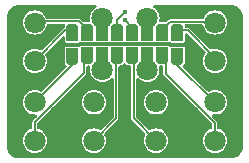
<source format=gbr>
%TF.GenerationSoftware,KiCad,Pcbnew,8.0.1-8.0.1-1~ubuntu22.04.1*%
%TF.CreationDate,2024-03-30T15:46:17+00:00*%
%TF.ProjectId,DRY_ELECTRODES,4452595f-454c-4454-9354-524f4445532e,1.0*%
%TF.SameCoordinates,Original*%
%TF.FileFunction,Copper,L1,Top*%
%TF.FilePolarity,Positive*%
%FSLAX46Y46*%
G04 Gerber Fmt 4.6, Leading zero omitted, Abs format (unit mm)*
G04 Created by KiCad (PCBNEW 8.0.1-8.0.1-1~ubuntu22.04.1) date 2024-03-30 15:46:17*
%MOMM*%
%LPD*%
G01*
G04 APERTURE LIST*
G04 Aperture macros list*
%AMFreePoly0*
4,1,13,0.345671,0.480970,0.426777,0.426777,0.480970,0.345671,0.500000,0.250000,0.500000,-0.900000,-0.500000,-0.900000,-0.500000,0.250000,-0.480970,0.345671,-0.426777,0.426777,-0.345671,0.480970,-0.250000,0.500000,0.250000,0.500000,0.345671,0.480970,0.345671,0.480970,$1*%
G04 Aperture macros list end*
%TA.AperFunction,ComponentPad*%
%ADD10C,1.800000*%
%TD*%
%TA.AperFunction,SMDPad,CuDef*%
%ADD11FreePoly0,180.000000*%
%TD*%
%TA.AperFunction,SMDPad,CuDef*%
%ADD12FreePoly0,0.000000*%
%TD*%
%TA.AperFunction,SMDPad,CuDef*%
%ADD13C,3.000000*%
%TD*%
%TA.AperFunction,ViaPad*%
%ADD14C,0.400000*%
%TD*%
%TA.AperFunction,Conductor*%
%ADD15C,0.152400*%
%TD*%
G04 APERTURE END LIST*
D10*
%TO.P,J20,1,Pin_1*%
%TO.N,/in4-*%
X27375000Y-33750000D03*
%TD*%
D11*
%TO.P,J14,1,Pin_1*%
%TO.N,/in6+*%
X31905000Y-30000000D03*
%TD*%
D12*
%TO.P,J4,1,Pin_1*%
%TO.N,/in4-*%
X29365000Y-27600000D03*
%TD*%
D10*
%TO.P,J23,1,Pin_1*%
%TO.N,/in7-*%
X37625000Y-27000000D03*
%TD*%
%TO.P,J30,1,Pin_1*%
%TO.N,/in6+*%
X31900000Y-31000000D03*
%TD*%
D13*
%TO.P,I4,1,conn*%
%TO.N,GND*%
X35125000Y-35375000D03*
%TD*%
D10*
%TO.P,J27,1,Pin_1*%
%TO.N,/in3+*%
X28100000Y-31000000D03*
%TD*%
D11*
%TO.P,J9,1,Pin_1*%
%TO.N,/in1+*%
X25555000Y-30065000D03*
%TD*%
D12*
%TO.P,J2,1,Pin_1*%
%TO.N,/in2-*%
X26825000Y-27600000D03*
%TD*%
D13*
%TO.P,I3,1,conn*%
%TO.N,GND*%
X24875000Y-35375000D03*
%TD*%
D11*
%TO.P,J12,1,Pin_1*%
%TO.N,/in4+*%
X29365000Y-30000000D03*
%TD*%
D10*
%TO.P,J25,1,Pin_1*%
%TO.N,/in1+*%
X22375000Y-33750000D03*
%TD*%
%TO.P,J31,1,Pin_1*%
%TO.N,/in7+*%
X37625000Y-37000000D03*
%TD*%
D11*
%TO.P,J13,1,Pin_1*%
%TO.N,/in5+*%
X30635000Y-30000000D03*
%TD*%
D10*
%TO.P,J29,1,Pin_1*%
%TO.N,/in5+*%
X32625000Y-37000000D03*
%TD*%
%TO.P,J32,1,Pin_1*%
%TO.N,/in8+*%
X37625000Y-33750000D03*
%TD*%
D11*
%TO.P,J16,1,Pin_1*%
%TO.N,/in8+*%
X34445000Y-30065000D03*
%TD*%
D10*
%TO.P,J18,1,Pin_1*%
%TO.N,/in2-*%
X22375000Y-27000000D03*
%TD*%
%TO.P,J22,1,Pin_1*%
%TO.N,/in6-*%
X31905000Y-26625000D03*
%TD*%
D12*
%TO.P,J1,1,Pin_1*%
%TO.N,/in1-*%
X25555000Y-27665000D03*
%TD*%
D10*
%TO.P,J19,1,Pin_1*%
%TO.N,/in3-*%
X28095000Y-26625000D03*
%TD*%
D11*
%TO.P,J10,1,Pin_1*%
%TO.N,/in2+*%
X26825000Y-30000000D03*
%TD*%
%TO.P,J15,1,Pin_1*%
%TO.N,/in7+*%
X33175000Y-30000000D03*
%TD*%
D10*
%TO.P,J21,1,Pin_1*%
%TO.N,/in5-*%
X32625000Y-33750000D03*
%TD*%
D12*
%TO.P,J5,1,Pin_1*%
%TO.N,/in5-*%
X30635000Y-27600000D03*
%TD*%
%TO.P,J7,1,Pin_1*%
%TO.N,/in7-*%
X33175000Y-27600000D03*
%TD*%
%TO.P,J3,1,Pin_1*%
%TO.N,/in3-*%
X28095000Y-27600000D03*
%TD*%
D10*
%TO.P,J26,1,Pin_1*%
%TO.N,/in2+*%
X22375000Y-37000000D03*
%TD*%
%TO.P,J17,1,Pin_1*%
%TO.N,/in1-*%
X22375000Y-30250000D03*
%TD*%
%TO.P,J28,1,Pin_1*%
%TO.N,/in4+*%
X27375000Y-37000000D03*
%TD*%
D11*
%TO.P,J11,1,Pin_1*%
%TO.N,/in3+*%
X28095000Y-30000000D03*
%TD*%
D12*
%TO.P,J6,1,Pin_1*%
%TO.N,/in6-*%
X31905000Y-27600000D03*
%TD*%
%TO.P,J8,1,Pin_1*%
%TO.N,/in8-*%
X34445000Y-27665000D03*
%TD*%
D10*
%TO.P,J24,1,Pin_1*%
%TO.N,/in8-*%
X37625000Y-30250000D03*
%TD*%
D14*
%TO.N,/in4-*%
X30000000Y-26125000D03*
%TO.N,/in5-*%
X30000000Y-26800000D03*
%TO.N,GND*%
X35125000Y-35375000D03*
X24875000Y-35375000D03*
%TD*%
D15*
%TO.N,/in4-*%
X30000000Y-26125000D02*
X29365000Y-26760000D01*
X29365000Y-26760000D02*
X29365000Y-27600000D01*
%TO.N,/in1-*%
X24960000Y-27665000D02*
X22375000Y-30250000D01*
X25555000Y-27665000D02*
X24960000Y-27665000D01*
%TO.N,/in2-*%
X26125000Y-26900000D02*
X22475000Y-26900000D01*
X22475000Y-26900000D02*
X22375000Y-27000000D01*
X26825000Y-27600000D02*
X26125000Y-26900000D01*
%TO.N,/in5-*%
X30635000Y-27600000D02*
X30635000Y-27435000D01*
X30635000Y-27435000D02*
X30000000Y-26800000D01*
%TO.N,/in7-*%
X33846200Y-26928800D02*
X37553800Y-26928800D01*
X37553800Y-26928800D02*
X37625000Y-27000000D01*
X33175000Y-27600000D02*
X33846200Y-26928800D01*
%TO.N,/in8-*%
X37625000Y-29975000D02*
X37625000Y-30250000D01*
X34445000Y-27665000D02*
X35315000Y-27665000D01*
X35315000Y-27665000D02*
X37625000Y-29975000D01*
%TO.N,/in1+*%
X25555000Y-30065000D02*
X25555000Y-30570000D01*
X25555000Y-30570000D02*
X22375000Y-33750000D01*
%TO.N,/in2+*%
X26533800Y-31266200D02*
X26533800Y-30291200D01*
X22375000Y-37000000D02*
X22375000Y-35425000D01*
X22375000Y-35425000D02*
X26533800Y-31266200D01*
X26533800Y-30291200D02*
X26825000Y-30000000D01*
%TO.N,/in4+*%
X29250000Y-35125000D02*
X27375000Y-37000000D01*
X29250000Y-29999999D02*
X29250000Y-35125000D01*
%TO.N,/in5+*%
X30750000Y-29999999D02*
X30750000Y-35125000D01*
X30750000Y-35125000D02*
X32625000Y-37000000D01*
%TO.N,/in7+*%
X33175000Y-30000000D02*
X33466200Y-30291200D01*
X33466200Y-31359837D02*
X37625000Y-35518637D01*
X33466200Y-30291200D02*
X33466200Y-31359837D01*
X37625000Y-35518637D02*
X37625000Y-37000000D01*
%TO.N,/in8+*%
X34445000Y-30065000D02*
X34445000Y-30570000D01*
X34445000Y-30570000D02*
X37625000Y-33750000D01*
%TD*%
%TA.AperFunction,Conductor*%
%TO.N,GND*%
G36*
X27572392Y-25530185D02*
G01*
X27618147Y-25582989D01*
X27628091Y-25652147D01*
X27599066Y-25715703D01*
X27563807Y-25743857D01*
X27527461Y-25763285D01*
X27521387Y-25766532D01*
X27364931Y-25894931D01*
X27236531Y-26051387D01*
X27236527Y-26051394D01*
X27141123Y-26229882D01*
X27141122Y-26229885D01*
X27141121Y-26229887D01*
X27141120Y-26229890D01*
X27128974Y-26269931D01*
X27082366Y-26423576D01*
X27065836Y-26591413D01*
X27062528Y-26625000D01*
X27081085Y-26813413D01*
X27082852Y-26831346D01*
X27069833Y-26899992D01*
X27021769Y-26950702D01*
X26959449Y-26967500D01*
X26574998Y-26967500D01*
X26547402Y-26970217D01*
X26478756Y-26957196D01*
X26447573Y-26934498D01*
X26315128Y-26802053D01*
X26315127Y-26802051D01*
X26240384Y-26727308D01*
X26165522Y-26696301D01*
X26165520Y-26696300D01*
X26165519Y-26696300D01*
X26165517Y-26696300D01*
X23448573Y-26696300D01*
X23381534Y-26676615D01*
X23335779Y-26623811D01*
X23329914Y-26608300D01*
X23328880Y-26604890D01*
X23269931Y-26494604D01*
X23233472Y-26426394D01*
X23233468Y-26426387D01*
X23105068Y-26269931D01*
X22948612Y-26141531D01*
X22948605Y-26141527D01*
X22770117Y-26046123D01*
X22770114Y-26046122D01*
X22770113Y-26046121D01*
X22770110Y-26046120D01*
X22576425Y-25987367D01*
X22576423Y-25987366D01*
X22576425Y-25987366D01*
X22375000Y-25967528D01*
X22173576Y-25987366D01*
X22081356Y-26015341D01*
X21979890Y-26046120D01*
X21979887Y-26046121D01*
X21979885Y-26046122D01*
X21979882Y-26046123D01*
X21801394Y-26141527D01*
X21801387Y-26141531D01*
X21644931Y-26269931D01*
X21516531Y-26426387D01*
X21516527Y-26426394D01*
X21421123Y-26604882D01*
X21421122Y-26604885D01*
X21421121Y-26604887D01*
X21421120Y-26604890D01*
X21399363Y-26676615D01*
X21362366Y-26798576D01*
X21342528Y-27000000D01*
X21362366Y-27201423D01*
X21362367Y-27201425D01*
X21421120Y-27395110D01*
X21421121Y-27395113D01*
X21421122Y-27395114D01*
X21421123Y-27395117D01*
X21516527Y-27573605D01*
X21516531Y-27573612D01*
X21644931Y-27730068D01*
X21801387Y-27858468D01*
X21801394Y-27858472D01*
X21979882Y-27953876D01*
X21979883Y-27953876D01*
X21979890Y-27953880D01*
X22173575Y-28012633D01*
X22173574Y-28012633D01*
X22191634Y-28014411D01*
X22375000Y-28032472D01*
X22576425Y-28012633D01*
X22770110Y-27953880D01*
X22948611Y-27858469D01*
X23105068Y-27730068D01*
X23233469Y-27573611D01*
X23328880Y-27395110D01*
X23387633Y-27201425D01*
X23387633Y-27201423D01*
X23389401Y-27195596D01*
X23391089Y-27196108D01*
X23419604Y-27141597D01*
X23480320Y-27107023D01*
X23508836Y-27103700D01*
X24837106Y-27103700D01*
X24904145Y-27123385D01*
X24949900Y-27176189D01*
X24959844Y-27245347D01*
X24951667Y-27275153D01*
X24944078Y-27293473D01*
X24944074Y-27293485D01*
X24925049Y-27389133D01*
X24924601Y-27392156D01*
X24924452Y-27392133D01*
X24924452Y-27392136D01*
X24924410Y-27392127D01*
X24923560Y-27392001D01*
X24898956Y-27452839D01*
X24849213Y-27490404D01*
X24844617Y-27492307D01*
X24844613Y-27492310D01*
X24787310Y-27549614D01*
X23011542Y-29325381D01*
X22950219Y-29358866D01*
X22880527Y-29353882D01*
X22865414Y-29347061D01*
X22816378Y-29320851D01*
X22770113Y-29296121D01*
X22770110Y-29296120D01*
X22576425Y-29237367D01*
X22576423Y-29237366D01*
X22576425Y-29237366D01*
X22375000Y-29217528D01*
X22173576Y-29237366D01*
X22059217Y-29272056D01*
X21979890Y-29296120D01*
X21979887Y-29296121D01*
X21979885Y-29296122D01*
X21979882Y-29296123D01*
X21801394Y-29391527D01*
X21801387Y-29391531D01*
X21644931Y-29519931D01*
X21516531Y-29676387D01*
X21516527Y-29676394D01*
X21421123Y-29854882D01*
X21421122Y-29854885D01*
X21362366Y-30048576D01*
X21342528Y-30250000D01*
X21362366Y-30451423D01*
X21378603Y-30504948D01*
X21421120Y-30645110D01*
X21421121Y-30645113D01*
X21421122Y-30645114D01*
X21421123Y-30645117D01*
X21516527Y-30823605D01*
X21516531Y-30823612D01*
X21644931Y-30980068D01*
X21801387Y-31108468D01*
X21801394Y-31108472D01*
X21979882Y-31203876D01*
X21979883Y-31203876D01*
X21979890Y-31203880D01*
X22173575Y-31262633D01*
X22173574Y-31262633D01*
X22191634Y-31264411D01*
X22375000Y-31282472D01*
X22576425Y-31262633D01*
X22770110Y-31203880D01*
X22948611Y-31108469D01*
X23105068Y-30980068D01*
X23233469Y-30823611D01*
X23328880Y-30645110D01*
X23387633Y-30451425D01*
X23407472Y-30250000D01*
X23387633Y-30048575D01*
X23328880Y-29854890D01*
X23328878Y-29854887D01*
X23328878Y-29854885D01*
X23277941Y-29759589D01*
X23263699Y-29691187D01*
X23288699Y-29625943D01*
X23299610Y-29613463D01*
X24710820Y-28202253D01*
X24772142Y-28168770D01*
X24841834Y-28173754D01*
X24897767Y-28215626D01*
X24922184Y-28281090D01*
X24922500Y-28289936D01*
X24922500Y-28565000D01*
X24928487Y-28592521D01*
X24934474Y-28620043D01*
X24954470Y-28643119D01*
X24983365Y-28676466D01*
X25038739Y-28692725D01*
X25054999Y-28697500D01*
X25055000Y-28697500D01*
X26054999Y-28697500D01*
X26055000Y-28697500D01*
X26110042Y-28685526D01*
X26110043Y-28685524D01*
X26110046Y-28685523D01*
X26158983Y-28643119D01*
X26222538Y-28614093D01*
X26275119Y-28617853D01*
X26325000Y-28632500D01*
X27324999Y-28632500D01*
X27325000Y-28632500D01*
X27380042Y-28620526D01*
X27380043Y-28620524D01*
X27393973Y-28613553D01*
X27394742Y-28615090D01*
X27440471Y-28594203D01*
X27509630Y-28604140D01*
X27522676Y-28611263D01*
X27523364Y-28611465D01*
X27523365Y-28611466D01*
X27565323Y-28623786D01*
X27594999Y-28632500D01*
X27595000Y-28632500D01*
X28594999Y-28632500D01*
X28595000Y-28632500D01*
X28650042Y-28620526D01*
X28650043Y-28620524D01*
X28663973Y-28613553D01*
X28664742Y-28615090D01*
X28710471Y-28594203D01*
X28779630Y-28604140D01*
X28792676Y-28611263D01*
X28793364Y-28611465D01*
X28793365Y-28611466D01*
X28835323Y-28623786D01*
X28864999Y-28632500D01*
X28865000Y-28632500D01*
X29864999Y-28632500D01*
X29865000Y-28632500D01*
X29920042Y-28620526D01*
X29920043Y-28620524D01*
X29933973Y-28613553D01*
X29934742Y-28615090D01*
X29980471Y-28594203D01*
X30049630Y-28604140D01*
X30062676Y-28611263D01*
X30063364Y-28611465D01*
X30063365Y-28611466D01*
X30105323Y-28623786D01*
X30134999Y-28632500D01*
X30135000Y-28632500D01*
X31134999Y-28632500D01*
X31135000Y-28632500D01*
X31190042Y-28620526D01*
X31190043Y-28620524D01*
X31203973Y-28613553D01*
X31204742Y-28615090D01*
X31250471Y-28594203D01*
X31319630Y-28604140D01*
X31332676Y-28611263D01*
X31333364Y-28611465D01*
X31333365Y-28611466D01*
X31375323Y-28623786D01*
X31404999Y-28632500D01*
X31405000Y-28632500D01*
X32404999Y-28632500D01*
X32405000Y-28632500D01*
X32460042Y-28620526D01*
X32460043Y-28620524D01*
X32473973Y-28613553D01*
X32474742Y-28615090D01*
X32520471Y-28594203D01*
X32589630Y-28604140D01*
X32602676Y-28611263D01*
X32603364Y-28611465D01*
X32603365Y-28611466D01*
X32645323Y-28623786D01*
X32674999Y-28632500D01*
X32675000Y-28632500D01*
X33674998Y-28632500D01*
X33675000Y-28632500D01*
X33730042Y-28620526D01*
X33730044Y-28620523D01*
X33737954Y-28618803D01*
X33807646Y-28623786D01*
X33858027Y-28658766D01*
X33873362Y-28676464D01*
X33873364Y-28676465D01*
X33873365Y-28676466D01*
X33923965Y-28691323D01*
X33944999Y-28697500D01*
X33945000Y-28697500D01*
X34944999Y-28697500D01*
X34945000Y-28697500D01*
X35000042Y-28685526D01*
X35056466Y-28636635D01*
X35077500Y-28565000D01*
X35077500Y-28014937D01*
X35097185Y-27947898D01*
X35149989Y-27902143D01*
X35219147Y-27892199D01*
X35282703Y-27921224D01*
X35289181Y-27927256D01*
X36809568Y-29447643D01*
X36843053Y-29508966D01*
X36838069Y-29578658D01*
X36817741Y-29613988D01*
X36766531Y-29676388D01*
X36766527Y-29676394D01*
X36671123Y-29854882D01*
X36671122Y-29854885D01*
X36612366Y-30048576D01*
X36592528Y-30250000D01*
X36612366Y-30451423D01*
X36628603Y-30504948D01*
X36671120Y-30645110D01*
X36671121Y-30645113D01*
X36671122Y-30645114D01*
X36671123Y-30645117D01*
X36766527Y-30823605D01*
X36766531Y-30823612D01*
X36894931Y-30980068D01*
X37051387Y-31108468D01*
X37051394Y-31108472D01*
X37229882Y-31203876D01*
X37229883Y-31203876D01*
X37229890Y-31203880D01*
X37423575Y-31262633D01*
X37423574Y-31262633D01*
X37441634Y-31264411D01*
X37625000Y-31282472D01*
X37826425Y-31262633D01*
X38020110Y-31203880D01*
X38198611Y-31108469D01*
X38355068Y-30980068D01*
X38483469Y-30823611D01*
X38578880Y-30645110D01*
X38637633Y-30451425D01*
X38657472Y-30250000D01*
X38637633Y-30048575D01*
X38578880Y-29854890D01*
X38578876Y-29854882D01*
X38483472Y-29676394D01*
X38483468Y-29676387D01*
X38355068Y-29519931D01*
X38198612Y-29391531D01*
X38198605Y-29391527D01*
X38020117Y-29296123D01*
X38020114Y-29296122D01*
X38020113Y-29296121D01*
X38020110Y-29296120D01*
X37826425Y-29237367D01*
X37826423Y-29237366D01*
X37826425Y-29237366D01*
X37625000Y-29217528D01*
X37423575Y-29237366D01*
X37304314Y-29273543D01*
X37234447Y-29274166D01*
X37180639Y-29242563D01*
X35505130Y-27567055D01*
X35505128Y-27567052D01*
X35430384Y-27492308D01*
X35355522Y-27461301D01*
X35355520Y-27461300D01*
X35355519Y-27461300D01*
X35355517Y-27461300D01*
X35191069Y-27461300D01*
X35124030Y-27441615D01*
X35078275Y-27388811D01*
X35069453Y-27361497D01*
X35055924Y-27293480D01*
X35055921Y-27293472D01*
X35055624Y-27292490D01*
X35055619Y-27291950D01*
X35054735Y-27287505D01*
X35055578Y-27287337D01*
X35055003Y-27222623D01*
X35092254Y-27163512D01*
X35155549Y-27133924D01*
X35174286Y-27132500D01*
X36499494Y-27132500D01*
X36566533Y-27152185D01*
X36612288Y-27204989D01*
X36618153Y-27220502D01*
X36671120Y-27395110D01*
X36671121Y-27395113D01*
X36671122Y-27395114D01*
X36671123Y-27395117D01*
X36766527Y-27573605D01*
X36766531Y-27573612D01*
X36894931Y-27730068D01*
X37051387Y-27858468D01*
X37051394Y-27858472D01*
X37229882Y-27953876D01*
X37229883Y-27953876D01*
X37229890Y-27953880D01*
X37423575Y-28012633D01*
X37423574Y-28012633D01*
X37441634Y-28014411D01*
X37625000Y-28032472D01*
X37826425Y-28012633D01*
X38020110Y-27953880D01*
X38198611Y-27858469D01*
X38355068Y-27730068D01*
X38483469Y-27573611D01*
X38578880Y-27395110D01*
X38637633Y-27201425D01*
X38657472Y-27000000D01*
X38637633Y-26798575D01*
X38578880Y-26604890D01*
X38571677Y-26591414D01*
X38483472Y-26426394D01*
X38483468Y-26426387D01*
X38355068Y-26269931D01*
X38198612Y-26141531D01*
X38198605Y-26141527D01*
X38020117Y-26046123D01*
X38020114Y-26046122D01*
X38020113Y-26046121D01*
X38020110Y-26046120D01*
X37826425Y-25987367D01*
X37826423Y-25987366D01*
X37826425Y-25987366D01*
X37625000Y-25967528D01*
X37423576Y-25987366D01*
X37331356Y-26015341D01*
X37229890Y-26046120D01*
X37229887Y-26046121D01*
X37229885Y-26046122D01*
X37229882Y-26046123D01*
X37051394Y-26141527D01*
X37051387Y-26141531D01*
X36894931Y-26269931D01*
X36766531Y-26426387D01*
X36766527Y-26426394D01*
X36671120Y-26604888D01*
X36661350Y-26637096D01*
X36623053Y-26695534D01*
X36559240Y-26723991D01*
X36542690Y-26725100D01*
X33805681Y-26725100D01*
X33805679Y-26725100D01*
X33805677Y-26725101D01*
X33730815Y-26756108D01*
X33730813Y-26756110D01*
X33688349Y-26798575D01*
X33673511Y-26813413D01*
X33673510Y-26813414D01*
X33591913Y-26895011D01*
X33552427Y-26934497D01*
X33491104Y-26967981D01*
X33452591Y-26970218D01*
X33450853Y-26970046D01*
X33450849Y-26970046D01*
X33425000Y-26967500D01*
X33040551Y-26967500D01*
X32973512Y-26947815D01*
X32927757Y-26895011D01*
X32917148Y-26831346D01*
X32918914Y-26813414D01*
X32937472Y-26625000D01*
X32917633Y-26423575D01*
X32858880Y-26229890D01*
X32857515Y-26227336D01*
X32763472Y-26051394D01*
X32763468Y-26051387D01*
X32635068Y-25894931D01*
X32498360Y-25782739D01*
X32478611Y-25766531D01*
X32436193Y-25743858D01*
X32386350Y-25694896D01*
X32370889Y-25626759D01*
X32394720Y-25561079D01*
X32450278Y-25518710D01*
X32494647Y-25510500D01*
X38994588Y-25510500D01*
X39005394Y-25510971D01*
X39161019Y-25524587D01*
X39182297Y-25528338D01*
X39327951Y-25567366D01*
X39348261Y-25574759D01*
X39484915Y-25638482D01*
X39503633Y-25649289D01*
X39627154Y-25735779D01*
X39643712Y-25749673D01*
X39750326Y-25856287D01*
X39764220Y-25872845D01*
X39850710Y-25996366D01*
X39861517Y-26015084D01*
X39925240Y-26151738D01*
X39932633Y-26172049D01*
X39971659Y-26317696D01*
X39975412Y-26338982D01*
X39989028Y-26494604D01*
X39989500Y-26505412D01*
X39989500Y-37494587D01*
X39989028Y-37505395D01*
X39975412Y-37661017D01*
X39971659Y-37682303D01*
X39932633Y-37827950D01*
X39925240Y-37848261D01*
X39861517Y-37984915D01*
X39850710Y-38003633D01*
X39764220Y-38127154D01*
X39750326Y-38143712D01*
X39643712Y-38250326D01*
X39627154Y-38264220D01*
X39503633Y-38350710D01*
X39484915Y-38361517D01*
X39348261Y-38425240D01*
X39327950Y-38432633D01*
X39182303Y-38471659D01*
X39161017Y-38475412D01*
X39027247Y-38487116D01*
X39005393Y-38489028D01*
X38994588Y-38489500D01*
X21005412Y-38489500D01*
X20994606Y-38489028D01*
X20969584Y-38486838D01*
X20838982Y-38475412D01*
X20817696Y-38471659D01*
X20672049Y-38432633D01*
X20651738Y-38425240D01*
X20515084Y-38361517D01*
X20496366Y-38350710D01*
X20372845Y-38264220D01*
X20356287Y-38250326D01*
X20249673Y-38143712D01*
X20235779Y-38127154D01*
X20149289Y-38003633D01*
X20138482Y-37984915D01*
X20074759Y-37848261D01*
X20067366Y-37827950D01*
X20028338Y-37682297D01*
X20024587Y-37661016D01*
X20010972Y-37505394D01*
X20010500Y-37494587D01*
X20010500Y-37000000D01*
X21342528Y-37000000D01*
X21362366Y-37201423D01*
X21362367Y-37201425D01*
X21421120Y-37395110D01*
X21421121Y-37395113D01*
X21421122Y-37395114D01*
X21421123Y-37395117D01*
X21516527Y-37573605D01*
X21516531Y-37573612D01*
X21644931Y-37730068D01*
X21801387Y-37858468D01*
X21801394Y-37858472D01*
X21979882Y-37953876D01*
X21979883Y-37953876D01*
X21979890Y-37953880D01*
X22173575Y-38012633D01*
X22173574Y-38012633D01*
X22191634Y-38014411D01*
X22375000Y-38032472D01*
X22576425Y-38012633D01*
X22770110Y-37953880D01*
X22948611Y-37858469D01*
X23105068Y-37730068D01*
X23233469Y-37573611D01*
X23328880Y-37395110D01*
X23387633Y-37201425D01*
X23407472Y-37000000D01*
X23387633Y-36798575D01*
X23328880Y-36604890D01*
X23269860Y-36494471D01*
X23233472Y-36426394D01*
X23233468Y-36426387D01*
X23105068Y-36269931D01*
X22948612Y-36141531D01*
X22948605Y-36141527D01*
X22770111Y-36046120D01*
X22666704Y-36014751D01*
X22608265Y-35976453D01*
X22579809Y-35912641D01*
X22578700Y-35896091D01*
X22578700Y-35560737D01*
X22598385Y-35493698D01*
X22615019Y-35473056D01*
X24338075Y-33750000D01*
X26342528Y-33750000D01*
X26362366Y-33951423D01*
X26362367Y-33951425D01*
X26421120Y-34145110D01*
X26421121Y-34145113D01*
X26421122Y-34145114D01*
X26421123Y-34145117D01*
X26516527Y-34323605D01*
X26516531Y-34323612D01*
X26644931Y-34480068D01*
X26801387Y-34608468D01*
X26801394Y-34608472D01*
X26979882Y-34703876D01*
X26979883Y-34703876D01*
X26979890Y-34703880D01*
X27173575Y-34762633D01*
X27173574Y-34762633D01*
X27191634Y-34764411D01*
X27375000Y-34782472D01*
X27576425Y-34762633D01*
X27770110Y-34703880D01*
X27948611Y-34608469D01*
X28105068Y-34480068D01*
X28233469Y-34323611D01*
X28328880Y-34145110D01*
X28387633Y-33951425D01*
X28407472Y-33750000D01*
X28387633Y-33548575D01*
X28328880Y-33354890D01*
X28277941Y-33259590D01*
X28233472Y-33176394D01*
X28233468Y-33176387D01*
X28105068Y-33019931D01*
X27948612Y-32891531D01*
X27948605Y-32891527D01*
X27770117Y-32796123D01*
X27770114Y-32796122D01*
X27770113Y-32796121D01*
X27770110Y-32796120D01*
X27576425Y-32737367D01*
X27576423Y-32737366D01*
X27576425Y-32737366D01*
X27375000Y-32717528D01*
X27173576Y-32737366D01*
X27059217Y-32772056D01*
X26979890Y-32796120D01*
X26979887Y-32796121D01*
X26979885Y-32796122D01*
X26979882Y-32796123D01*
X26801394Y-32891527D01*
X26801387Y-32891531D01*
X26644931Y-33019931D01*
X26516531Y-33176387D01*
X26516527Y-33176394D01*
X26421123Y-33354882D01*
X26421122Y-33354885D01*
X26362366Y-33548576D01*
X26342528Y-33750000D01*
X24338075Y-33750000D01*
X24539500Y-33548575D01*
X26706489Y-31381587D01*
X26706489Y-31381585D01*
X26706491Y-31381584D01*
X26721994Y-31344153D01*
X26737500Y-31306719D01*
X26737500Y-31225682D01*
X26737500Y-30756500D01*
X26757185Y-30689461D01*
X26809989Y-30643706D01*
X26861500Y-30632500D01*
X26970551Y-30632500D01*
X27037590Y-30652185D01*
X27083345Y-30704989D01*
X27093289Y-30774147D01*
X27089211Y-30792497D01*
X27087366Y-30798576D01*
X27067528Y-31000000D01*
X27087366Y-31201423D01*
X27105934Y-31262633D01*
X27146120Y-31395110D01*
X27146121Y-31395113D01*
X27146122Y-31395114D01*
X27146123Y-31395117D01*
X27241527Y-31573605D01*
X27241531Y-31573612D01*
X27369931Y-31730068D01*
X27526387Y-31858468D01*
X27526394Y-31858472D01*
X27704882Y-31953876D01*
X27704883Y-31953876D01*
X27704890Y-31953880D01*
X27898575Y-32012633D01*
X27898574Y-32012633D01*
X27916634Y-32014411D01*
X28100000Y-32032472D01*
X28301425Y-32012633D01*
X28495110Y-31953880D01*
X28673611Y-31858469D01*
X28830068Y-31730068D01*
X28830070Y-31730066D01*
X28834376Y-31725761D01*
X28836374Y-31727759D01*
X28884016Y-31695203D01*
X28953858Y-31693228D01*
X29013680Y-31729326D01*
X29044490Y-31792036D01*
X29046300Y-31813145D01*
X29046300Y-34989262D01*
X29026615Y-35056301D01*
X29009981Y-35076943D01*
X28011542Y-36075381D01*
X27950219Y-36108866D01*
X27880527Y-36103882D01*
X27865414Y-36097061D01*
X27816378Y-36070851D01*
X27770113Y-36046121D01*
X27647361Y-36008885D01*
X27576425Y-35987367D01*
X27576423Y-35987366D01*
X27576425Y-35987366D01*
X27375000Y-35967528D01*
X27173576Y-35987366D01*
X27059217Y-36022056D01*
X26979890Y-36046120D01*
X26979887Y-36046121D01*
X26979885Y-36046122D01*
X26979882Y-36046123D01*
X26801394Y-36141527D01*
X26801387Y-36141531D01*
X26644931Y-36269931D01*
X26516531Y-36426387D01*
X26516527Y-36426394D01*
X26421123Y-36604882D01*
X26421122Y-36604885D01*
X26362366Y-36798576D01*
X26342528Y-37000000D01*
X26362366Y-37201423D01*
X26362367Y-37201425D01*
X26421120Y-37395110D01*
X26421121Y-37395113D01*
X26421122Y-37395114D01*
X26421123Y-37395117D01*
X26516527Y-37573605D01*
X26516531Y-37573612D01*
X26644931Y-37730068D01*
X26801387Y-37858468D01*
X26801394Y-37858472D01*
X26979882Y-37953876D01*
X26979883Y-37953876D01*
X26979890Y-37953880D01*
X27173575Y-38012633D01*
X27173574Y-38012633D01*
X27191634Y-38014411D01*
X27375000Y-38032472D01*
X27576425Y-38012633D01*
X27770110Y-37953880D01*
X27948611Y-37858469D01*
X28105068Y-37730068D01*
X28233469Y-37573611D01*
X28328880Y-37395110D01*
X28387633Y-37201425D01*
X28407472Y-37000000D01*
X28387633Y-36798575D01*
X28328880Y-36604890D01*
X28277940Y-36509590D01*
X28263699Y-36441188D01*
X28288699Y-36375944D01*
X28299618Y-36363456D01*
X28522664Y-36140410D01*
X29422689Y-35240387D01*
X29422689Y-35240385D01*
X29422691Y-35240384D01*
X29438194Y-35202953D01*
X29453700Y-35165519D01*
X29453700Y-35084482D01*
X29453700Y-35084481D01*
X29453700Y-30756500D01*
X29473385Y-30689461D01*
X29526189Y-30643706D01*
X29577700Y-30632500D01*
X29614995Y-30632500D01*
X29615000Y-30632500D01*
X29640849Y-30629954D01*
X29736520Y-30610924D01*
X29784284Y-30591140D01*
X29865390Y-30536947D01*
X29901947Y-30500390D01*
X29901947Y-30500388D01*
X29904142Y-30497716D01*
X29905648Y-30496689D01*
X29906255Y-30496083D01*
X29906370Y-30496198D01*
X29961885Y-30458377D01*
X30031729Y-30456502D01*
X30091500Y-30492685D01*
X30095858Y-30497716D01*
X30098053Y-30500391D01*
X30134607Y-30536945D01*
X30134610Y-30536947D01*
X30215716Y-30591140D01*
X30263480Y-30610924D01*
X30359151Y-30629954D01*
X30385000Y-30632500D01*
X30422300Y-30632500D01*
X30489339Y-30652185D01*
X30535094Y-30704989D01*
X30546300Y-30756500D01*
X30546300Y-35165517D01*
X30546301Y-35165522D01*
X30577308Y-35240384D01*
X30652049Y-35315125D01*
X30652055Y-35315130D01*
X31700381Y-36363456D01*
X31733866Y-36424779D01*
X31728882Y-36494471D01*
X31722058Y-36509590D01*
X31671123Y-36604882D01*
X31671122Y-36604885D01*
X31612366Y-36798576D01*
X31592528Y-37000000D01*
X31612366Y-37201423D01*
X31612367Y-37201425D01*
X31671120Y-37395110D01*
X31671121Y-37395113D01*
X31671122Y-37395114D01*
X31671123Y-37395117D01*
X31766527Y-37573605D01*
X31766531Y-37573612D01*
X31894931Y-37730068D01*
X32051387Y-37858468D01*
X32051394Y-37858472D01*
X32229882Y-37953876D01*
X32229883Y-37953876D01*
X32229890Y-37953880D01*
X32423575Y-38012633D01*
X32423574Y-38012633D01*
X32441634Y-38014411D01*
X32625000Y-38032472D01*
X32826425Y-38012633D01*
X33020110Y-37953880D01*
X33198611Y-37858469D01*
X33355068Y-37730068D01*
X33483469Y-37573611D01*
X33578880Y-37395110D01*
X33637633Y-37201425D01*
X33657472Y-37000000D01*
X33637633Y-36798575D01*
X33578880Y-36604890D01*
X33519860Y-36494471D01*
X33483472Y-36426394D01*
X33483468Y-36426387D01*
X33355068Y-36269931D01*
X33198612Y-36141531D01*
X33198605Y-36141527D01*
X33020117Y-36046123D01*
X33020114Y-36046122D01*
X33020113Y-36046121D01*
X33020110Y-36046120D01*
X32826425Y-35987367D01*
X32826423Y-35987366D01*
X32826425Y-35987366D01*
X32625000Y-35967528D01*
X32423576Y-35987366D01*
X32309217Y-36022056D01*
X32229890Y-36046120D01*
X32229887Y-36046121D01*
X32229885Y-36046122D01*
X32229882Y-36046123D01*
X32134590Y-36097058D01*
X32066187Y-36111300D01*
X32000943Y-36086300D01*
X31988456Y-36075381D01*
X30990019Y-35076943D01*
X30956534Y-35015620D01*
X30953700Y-34989262D01*
X30953700Y-33750000D01*
X31592528Y-33750000D01*
X31612366Y-33951423D01*
X31612367Y-33951425D01*
X31671120Y-34145110D01*
X31671121Y-34145113D01*
X31671122Y-34145114D01*
X31671123Y-34145117D01*
X31766527Y-34323605D01*
X31766531Y-34323612D01*
X31894931Y-34480068D01*
X32051387Y-34608468D01*
X32051394Y-34608472D01*
X32229882Y-34703876D01*
X32229883Y-34703876D01*
X32229890Y-34703880D01*
X32423575Y-34762633D01*
X32423574Y-34762633D01*
X32441634Y-34764411D01*
X32625000Y-34782472D01*
X32826425Y-34762633D01*
X33020110Y-34703880D01*
X33198611Y-34608469D01*
X33355068Y-34480068D01*
X33483469Y-34323611D01*
X33578880Y-34145110D01*
X33637633Y-33951425D01*
X33657472Y-33750000D01*
X33637633Y-33548575D01*
X33578880Y-33354890D01*
X33527941Y-33259590D01*
X33483472Y-33176394D01*
X33483468Y-33176387D01*
X33355068Y-33019931D01*
X33198612Y-32891531D01*
X33198605Y-32891527D01*
X33020117Y-32796123D01*
X33020114Y-32796122D01*
X33020113Y-32796121D01*
X33020110Y-32796120D01*
X32826425Y-32737367D01*
X32826423Y-32737366D01*
X32826425Y-32737366D01*
X32625000Y-32717528D01*
X32423576Y-32737366D01*
X32309217Y-32772056D01*
X32229890Y-32796120D01*
X32229887Y-32796121D01*
X32229885Y-32796122D01*
X32229882Y-32796123D01*
X32051394Y-32891527D01*
X32051387Y-32891531D01*
X31894931Y-33019931D01*
X31766531Y-33176387D01*
X31766527Y-33176394D01*
X31671123Y-33354882D01*
X31671122Y-33354885D01*
X31612366Y-33548576D01*
X31592528Y-33750000D01*
X30953700Y-33750000D01*
X30953700Y-31813145D01*
X30973385Y-31746106D01*
X31026189Y-31700351D01*
X31095347Y-31690407D01*
X31158903Y-31719432D01*
X31165335Y-31726049D01*
X31165624Y-31725761D01*
X31169929Y-31730066D01*
X31326387Y-31858468D01*
X31326394Y-31858472D01*
X31504882Y-31953876D01*
X31504883Y-31953876D01*
X31504890Y-31953880D01*
X31698575Y-32012633D01*
X31698574Y-32012633D01*
X31716634Y-32014411D01*
X31900000Y-32032472D01*
X32101425Y-32012633D01*
X32295110Y-31953880D01*
X32473611Y-31858469D01*
X32630068Y-31730068D01*
X32758469Y-31573611D01*
X32853880Y-31395110D01*
X32912633Y-31201425D01*
X32932472Y-31000000D01*
X32912633Y-30798575D01*
X32910790Y-30792499D01*
X32910164Y-30722632D01*
X32947410Y-30663518D01*
X33010703Y-30633925D01*
X33029449Y-30632500D01*
X33138500Y-30632500D01*
X33205539Y-30652185D01*
X33251294Y-30704989D01*
X33262500Y-30756500D01*
X33262500Y-31400354D01*
X33262501Y-31400359D01*
X33293508Y-31475221D01*
X33368249Y-31549962D01*
X33368255Y-31549967D01*
X37384981Y-35566693D01*
X37418466Y-35628016D01*
X37421300Y-35654374D01*
X37421300Y-35896091D01*
X37401615Y-35963130D01*
X37348811Y-36008885D01*
X37333296Y-36014751D01*
X37229888Y-36046120D01*
X37051394Y-36141527D01*
X37051387Y-36141531D01*
X36894931Y-36269931D01*
X36766531Y-36426387D01*
X36766527Y-36426394D01*
X36671123Y-36604882D01*
X36671122Y-36604885D01*
X36612366Y-36798576D01*
X36592528Y-37000000D01*
X36612366Y-37201423D01*
X36612367Y-37201425D01*
X36671120Y-37395110D01*
X36671121Y-37395113D01*
X36671122Y-37395114D01*
X36671123Y-37395117D01*
X36766527Y-37573605D01*
X36766531Y-37573612D01*
X36894931Y-37730068D01*
X37051387Y-37858468D01*
X37051394Y-37858472D01*
X37229882Y-37953876D01*
X37229883Y-37953876D01*
X37229890Y-37953880D01*
X37423575Y-38012633D01*
X37423574Y-38012633D01*
X37441634Y-38014411D01*
X37625000Y-38032472D01*
X37826425Y-38012633D01*
X38020110Y-37953880D01*
X38198611Y-37858469D01*
X38355068Y-37730068D01*
X38483469Y-37573611D01*
X38578880Y-37395110D01*
X38637633Y-37201425D01*
X38657472Y-37000000D01*
X38637633Y-36798575D01*
X38578880Y-36604890D01*
X38519860Y-36494471D01*
X38483472Y-36426394D01*
X38483468Y-36426387D01*
X38355068Y-36269931D01*
X38198612Y-36141531D01*
X38198605Y-36141527D01*
X38020111Y-36046120D01*
X37916704Y-36014751D01*
X37858265Y-35976453D01*
X37829809Y-35912641D01*
X37828700Y-35896091D01*
X37828700Y-35478119D01*
X37828698Y-35478114D01*
X37797691Y-35403252D01*
X37373008Y-34978569D01*
X37339523Y-34917246D01*
X37344507Y-34847554D01*
X37386379Y-34791621D01*
X37451843Y-34767204D01*
X37472836Y-34767484D01*
X37625000Y-34782472D01*
X37826425Y-34762633D01*
X38020110Y-34703880D01*
X38198611Y-34608469D01*
X38355068Y-34480068D01*
X38483469Y-34323611D01*
X38578880Y-34145110D01*
X38637633Y-33951425D01*
X38657472Y-33750000D01*
X38637633Y-33548575D01*
X38578880Y-33354890D01*
X38527941Y-33259590D01*
X38483472Y-33176394D01*
X38483468Y-33176387D01*
X38355068Y-33019931D01*
X38198612Y-32891531D01*
X38198605Y-32891527D01*
X38020117Y-32796123D01*
X38020114Y-32796122D01*
X38020113Y-32796121D01*
X38020110Y-32796120D01*
X37826425Y-32737367D01*
X37826423Y-32737366D01*
X37826425Y-32737366D01*
X37625000Y-32717528D01*
X37423576Y-32737366D01*
X37309217Y-32772056D01*
X37229890Y-32796120D01*
X37229887Y-32796121D01*
X37229885Y-32796122D01*
X37229882Y-32796123D01*
X37134590Y-32847058D01*
X37066187Y-32861300D01*
X37000943Y-32836300D01*
X36988456Y-32825381D01*
X34942887Y-30779812D01*
X34909402Y-30718489D01*
X34914386Y-30648797D01*
X34942888Y-30604449D01*
X34981945Y-30565392D01*
X34981947Y-30565390D01*
X35036140Y-30484284D01*
X35055924Y-30436520D01*
X35074954Y-30340849D01*
X35077500Y-30315000D01*
X35077500Y-30119107D01*
X35078762Y-30101461D01*
X35079158Y-30098705D01*
X35081293Y-30083857D01*
X35081293Y-30046143D01*
X35078762Y-30028539D01*
X35077500Y-30010893D01*
X35077500Y-29165000D01*
X35077500Y-29164999D01*
X35065526Y-29109958D01*
X35065525Y-29109957D01*
X35065525Y-29109956D01*
X35044846Y-29086091D01*
X35016635Y-29053534D01*
X34974670Y-29041212D01*
X34945001Y-29032500D01*
X34945000Y-29032500D01*
X33945000Y-29032500D01*
X33889958Y-29044474D01*
X33889957Y-29044474D01*
X33882043Y-29046196D01*
X33812351Y-29041212D01*
X33761972Y-29006233D01*
X33746636Y-28988535D01*
X33746635Y-28988534D01*
X33675001Y-28967500D01*
X33675000Y-28967500D01*
X32675000Y-28967500D01*
X32656652Y-28971491D01*
X32619956Y-28979474D01*
X32606027Y-28986447D01*
X32605257Y-28984909D01*
X32559513Y-29005799D01*
X32490355Y-28995852D01*
X32477325Y-28988737D01*
X32476635Y-28988534D01*
X32435746Y-28976528D01*
X32405001Y-28967500D01*
X32405000Y-28967500D01*
X31405000Y-28967500D01*
X31386652Y-28971491D01*
X31349956Y-28979474D01*
X31336027Y-28986447D01*
X31335257Y-28984909D01*
X31289513Y-29005799D01*
X31220355Y-28995852D01*
X31207325Y-28988737D01*
X31206635Y-28988534D01*
X31165746Y-28976528D01*
X31135001Y-28967500D01*
X31135000Y-28967500D01*
X30135000Y-28967500D01*
X30116652Y-28971491D01*
X30079956Y-28979474D01*
X30066027Y-28986447D01*
X30065257Y-28984909D01*
X30019513Y-29005799D01*
X29950355Y-28995852D01*
X29937325Y-28988737D01*
X29936635Y-28988534D01*
X29895746Y-28976528D01*
X29865001Y-28967500D01*
X29865000Y-28967500D01*
X28865000Y-28967500D01*
X28846652Y-28971491D01*
X28809956Y-28979474D01*
X28796027Y-28986447D01*
X28795257Y-28984909D01*
X28749513Y-29005799D01*
X28680355Y-28995852D01*
X28667325Y-28988737D01*
X28666635Y-28988534D01*
X28625746Y-28976528D01*
X28595001Y-28967500D01*
X28595000Y-28967500D01*
X27595000Y-28967500D01*
X27576652Y-28971491D01*
X27539956Y-28979474D01*
X27526027Y-28986447D01*
X27525257Y-28984909D01*
X27479513Y-29005799D01*
X27410355Y-28995852D01*
X27397325Y-28988737D01*
X27396635Y-28988534D01*
X27355746Y-28976528D01*
X27325001Y-28967500D01*
X27325000Y-28967500D01*
X26325000Y-28967500D01*
X26306652Y-28971491D01*
X26269956Y-28979474D01*
X26269956Y-28979475D01*
X26221015Y-29021882D01*
X26157459Y-29050906D01*
X26104878Y-29047145D01*
X26055002Y-29032500D01*
X26055000Y-29032500D01*
X25055000Y-29032500D01*
X25036652Y-29036491D01*
X24999956Y-29044474D01*
X24999956Y-29044475D01*
X24943534Y-29093365D01*
X24922500Y-29164999D01*
X24922500Y-30010893D01*
X24921238Y-30028539D01*
X24918707Y-30046141D01*
X24918707Y-30083858D01*
X24921238Y-30101461D01*
X24922500Y-30119107D01*
X24922500Y-30314995D01*
X24925046Y-30340849D01*
X24925049Y-30340866D01*
X24944074Y-30436514D01*
X24944078Y-30436526D01*
X24963858Y-30484279D01*
X24963862Y-30484287D01*
X25018054Y-30565392D01*
X25057112Y-30604450D01*
X25090597Y-30665773D01*
X25085613Y-30735465D01*
X25057112Y-30779812D01*
X23011542Y-32825381D01*
X22950219Y-32858866D01*
X22880527Y-32853882D01*
X22865414Y-32847061D01*
X22816378Y-32820851D01*
X22770113Y-32796121D01*
X22770110Y-32796120D01*
X22576425Y-32737367D01*
X22576423Y-32737366D01*
X22576425Y-32737366D01*
X22375000Y-32717528D01*
X22173576Y-32737366D01*
X22059217Y-32772056D01*
X21979890Y-32796120D01*
X21979887Y-32796121D01*
X21979885Y-32796122D01*
X21979882Y-32796123D01*
X21801394Y-32891527D01*
X21801387Y-32891531D01*
X21644931Y-33019931D01*
X21516531Y-33176387D01*
X21516527Y-33176394D01*
X21421123Y-33354882D01*
X21421122Y-33354885D01*
X21362366Y-33548576D01*
X21342528Y-33750000D01*
X21362366Y-33951423D01*
X21362367Y-33951425D01*
X21421120Y-34145110D01*
X21421121Y-34145113D01*
X21421122Y-34145114D01*
X21421123Y-34145117D01*
X21516527Y-34323605D01*
X21516531Y-34323612D01*
X21644931Y-34480068D01*
X21801387Y-34608468D01*
X21801394Y-34608472D01*
X21979882Y-34703876D01*
X21979883Y-34703876D01*
X21979890Y-34703880D01*
X22173575Y-34762633D01*
X22173574Y-34762633D01*
X22195580Y-34764800D01*
X22375000Y-34782472D01*
X22423290Y-34777715D01*
X22491932Y-34790733D01*
X22542643Y-34838797D01*
X22559319Y-34906647D01*
X22536664Y-34972742D01*
X22523124Y-34988799D01*
X22455623Y-35056301D01*
X22259614Y-35252310D01*
X22202310Y-35309613D01*
X22202308Y-35309615D01*
X22171301Y-35384477D01*
X22171300Y-35384482D01*
X22171300Y-35896091D01*
X22151615Y-35963130D01*
X22098811Y-36008885D01*
X22083296Y-36014751D01*
X21979888Y-36046120D01*
X21801394Y-36141527D01*
X21801387Y-36141531D01*
X21644931Y-36269931D01*
X21516531Y-36426387D01*
X21516527Y-36426394D01*
X21421123Y-36604882D01*
X21421122Y-36604885D01*
X21362366Y-36798576D01*
X21342528Y-37000000D01*
X20010500Y-37000000D01*
X20010500Y-26505412D01*
X20010972Y-26494605D01*
X20024587Y-26338983D01*
X20028338Y-26317704D01*
X20067367Y-26172044D01*
X20074759Y-26151738D01*
X20079519Y-26141531D01*
X20138483Y-26015081D01*
X20149289Y-25996366D01*
X20235779Y-25872845D01*
X20249667Y-25856293D01*
X20356293Y-25749667D01*
X20372845Y-25735779D01*
X20496366Y-25649289D01*
X20515081Y-25638483D01*
X20651740Y-25574758D01*
X20672044Y-25567367D01*
X20817704Y-25528338D01*
X20838978Y-25524587D01*
X20994605Y-25510971D01*
X21005412Y-25510500D01*
X27505353Y-25510500D01*
X27572392Y-25530185D01*
G37*
%TD.AperFunction*%
%TD*%
M02*

</source>
